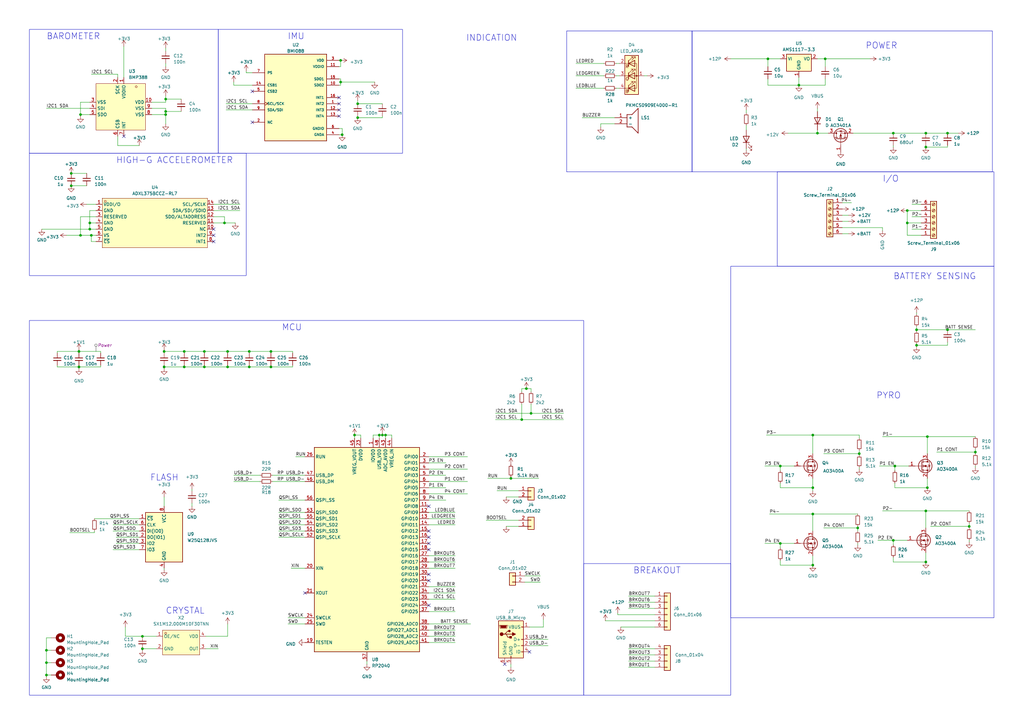
<source format=kicad_sch>
(kicad_sch (version 20231120) (generator "eeschema") (generator_version "8.0")
  (paper "A3")
  (title_block (title "LYRA Flight Computer V3") (date "2023-11-23") (rev "0") (company "Polaris Rocketry Systems"))
  (junction (at 75.565 150.495))
  (junction (at 379.73 54.61))
  (junction (at 213.995 172.085))
  (junction (at 335.28 54.61))
  (junction (at 367.03 191.135))
  (junction (at 83.82 144.145))
  (junction (at 19.05 271.78))
  (junction (at 139.7 24.765))
  (junction (at 380.365 200.025))
  (junction (at 327.66 34.925))
  (junction (at 93.345 150.495))
  (junction (at 320.04 222.885))
  (junction (at 351.79 216.535))
  (junction (at 67.945 40.64))
  (junction (at 29.21 71.12))
  (junction (at 155.575 178.435))
  (junction (at 372.11 86.36))
  (junction (at 146.685 48.26))
  (junction (at 19.05 276.86))
  (junction (at 33.02 46.99))
  (junction (at 215.9 159.385))
  (junction (at 320.04 191.135))
  (junction (at 372.11 91.44))
  (junction (at 366.395 54.61))
  (junction (at 58.42 260.985))
  (junction (at 400.05 185.42))
  (junction (at 333.375 178.435))
  (junction (at 102.235 144.145))
  (junction (at 67.31 150.495))
  (junction (at 366.395 221.615))
  (junction (at 352.425 186.055))
  (junction (at 102.235 150.495))
  (junction (at 19.05 266.7))
  (junction (at 140.335 55.245))
  (junction (at 83.82 150.495))
  (junction (at 379.73 230.505))
  (junction (at 32.385 150.495))
  (junction (at 217.805 169.545))
  (junction (at 333.375 210.82))
  (junction (at 388.62 54.61))
  (junction (at 33.02 96.52))
  (junction (at 139.7 33.655))
  (junction (at 380.365 179.07))
  (junction (at 375.92 135.255))
  (junction (at 58.42 266.065))
  (junction (at 111.125 150.495))
  (junction (at 145.415 178.435))
  (junction (at 397.51 215.9))
  (junction (at 388.62 135.255))
  (junction (at 338.455 24.13))
  (junction (at 36.83 91.44))
  (junction (at 36.83 93.98))
  (junction (at 333.375 200.025))
  (junction (at 146.685 42.545))
  (junction (at 67.31 144.145))
  (junction (at 333.375 231.775))
  (junction (at 37.465 96.52))
  (junction (at 75.565 144.145))
  (junction (at 67.945 45.72))
  (junction (at 375.92 141.605))
  (junction (at 32.385 144.145))
  (junction (at 156.845 178.435))
  (junction (at 67.945 46.99))
  (junction (at 379.73 60.325))
  (junction (at 209.55 196.215))
  (junction (at 314.96 24.13))
  (junction (at 379.73 209.55))
  (junction (at 111.125 144.145))
  (junction (at 93.345 144.145))
  (junction (at 92.075 91.44))
  (junction (at 158.115 178.435))
  (junction (at 29.21 76.2))
  (no_connect (at 139.065 42.545))
  (no_connect (at 175.895 248.285))
  (no_connect (at 175.895 238.125))
  (no_connect (at 103.505 50.165))
  (no_connect (at 175.895 222.885))
  (no_connect (at 207.01 272.415))
  (no_connect (at 217.17 267.335))
  (no_connect (at 103.505 37.465))
  (no_connect (at 139.065 40.005))
  (no_connect (at 175.895 217.805))
  (no_connect (at 125.095 243.205))
  (no_connect (at 175.895 235.585))
  (no_connect (at 87.63 99.06))
  (no_connect (at 87.63 93.98))
  (no_connect (at 175.895 225.425))
  (no_connect (at 139.065 45.085))
  (no_connect (at 50.8 55.88))
  (no_connect (at 175.895 220.345))
  (no_connect (at 139.065 47.625))
  (no_connect (at 87.63 96.52))
  (no_connect (at 175.895 207.645))
  (wire (pts (xy 35.56 83.82) (xy 39.37 83.82)))
  (wire (pts (xy 67.945 46.99) (xy 62.23 46.99)))
  (wire (pts (xy 121.285 187.325) (xy 125.095 187.325)))
  (wire (pts (xy 320.04 200.025) (xy 333.375 200.025)))
  (wire (pts (xy 212.725 215.9) (xy 207.645 215.9)))
  (wire (pts (xy 352.425 191.77) (xy 352.425 192.405)))
  (wire (pts (xy 209.55 196.215) (xy 220.98 196.215)))
  (wire (pts (xy 366.395 230.505) (xy 366.395 228.6)))
  (wire (pts (xy 57.15 215.265) (xy 46.355 215.265)))
  (wire (pts (xy 372.11 91.44) (xy 372.11 96.52)))
  (wire (pts (xy 27.305 96.52) (xy 33.02 96.52)))
  (wire (pts (xy 175.895 250.825) (xy 186.69 250.825)))
  (wire (pts (xy 57.15 217.805) (xy 46.355 217.805)))
  (wire (pts (xy 268.605 268.605) (xy 257.81 268.605)))
  (wire (pts (xy 182.88 189.865) (xy 175.895 189.865)))
  (wire (pts (xy 38.735 218.44) (xy 38.735 217.805)))
  (wire (pts (xy 191.77 192.405) (xy 175.895 192.405)))
  (wire (pts (xy 50.8 19.05) (xy 50.8 31.75)))
  (wire (pts (xy 397.51 221.615) (xy 397.51 222.25)))
  (wire (pts (xy 209.55 272.415) (xy 209.55 273.685)))
  (wire (pts (xy 246.38 50.8) (xy 252.095 50.8)))
  (wire (pts (xy 140.335 52.705) (xy 140.335 55.245)))
  (wire (pts (xy 153.035 179.705) (xy 153.035 178.435)))
  (wire (pts (xy 360.045 221.615) (xy 366.395 221.615)))
  (wire (pts (xy 118.11 253.365) (xy 125.095 253.365)))
  (wire (pts (xy 48.26 30.48) (xy 48.26 31.75)))
  (wire (pts (xy 93.345 144.145) (xy 102.235 144.145)))
  (wire (pts (xy 19.05 271.78) (xy 19.05 266.7)))
  (wire (pts (xy 147.955 178.435) (xy 147.955 179.705)))
  (wire (pts (xy 388.62 140.335) (xy 388.62 141.605)))
  (wire (pts (xy 57.15 225.425) (xy 46.355 225.425)))
  (wire (pts (xy 175.895 233.045) (xy 186.69 233.045)))
  (wire (pts (xy 338.455 24.13) (xy 338.455 27.305)))
  (wire (pts (xy 345.44 90.805) (xy 347.98 90.805)))
  (wire (pts (xy 213.995 159.385) (xy 215.9 159.385)))
  (wire (pts (xy 175.895 245.745) (xy 186.69 245.745)))
  (wire (pts (xy 39.37 88.9) (xy 33.02 88.9)))
  (wire (pts (xy 139.065 34.925) (xy 139.7 34.925)))
  (wire (pts (xy 48.26 59.69) (xy 48.26 55.88)))
  (wire (pts (xy 146.685 47.625) (xy 146.685 48.26)))
  (wire (pts (xy 361.95 93.345) (xy 345.44 93.345)))
  (wire (pts (xy 125.095 233.045) (xy 119.38 233.045)))
  (wire (pts (xy 352.425 184.785) (xy 352.425 186.055)))
  (wire (pts (xy 111.125 144.145) (xy 120.015 144.145)))
  (wire (pts (xy 67.945 45.72) (xy 67.945 46.99)))
  (wire (pts (xy 114.3 217.805) (xy 125.095 217.805)))
  (wire (pts (xy 175.895 255.905) (xy 193.04 255.905)))
  (wire (pts (xy 372.11 86.36) (xy 377.825 86.36)))
  (wire (pts (xy 75.565 144.145) (xy 83.82 144.145)))
  (wire (pts (xy 111.76 197.485) (xy 125.095 197.485)))
  (wire (pts (xy 114.3 212.725) (xy 125.095 212.725)))
  (wire (pts (xy 352.425 186.055) (xy 352.425 186.69)))
  (wire (pts (xy 351.79 215.9) (xy 351.79 216.535)))
  (wire (pts (xy 103.505 45.085) (xy 92.71 45.085)))
  (wire (pts (xy 87.63 88.9) (xy 92.075 88.9)))
  (wire (pts (xy 19.05 266.7) (xy 20.955 266.7)))
  (wire (pts (xy 264.16 31.115) (xy 265.43 31.115)))
  (wire (pts (xy 238.76 48.26) (xy 252.095 48.26)))
  (wire (pts (xy 33.02 88.9) (xy 33.02 96.52)))
  (wire (pts (xy 345.44 88.265) (xy 347.98 88.265)))
  (wire (pts (xy 314.96 24.13) (xy 320.04 24.13)))
  (wire (pts (xy 19.05 277.495) (xy 19.05 276.86)))
  (wire (pts (xy 33.02 41.91) (xy 33.02 46.99)))
  (wire (pts (xy 111.125 150.495) (xy 111.125 149.86)))
  (wire (pts (xy 37.465 96.52) (xy 39.37 96.52)))
  (wire (pts (xy 93.345 260.985) (xy 84.455 260.985)))
  (wire (pts (xy 175.895 210.185) (xy 186.69 210.185)))
  (wire (pts (xy 217.17 262.255) (xy 224.79 262.255)))
  (wire (pts (xy 379.73 226.695) (xy 379.73 230.505)))
  (wire (pts (xy 32.385 144.145) (xy 41.275 144.145)))
  (wire (pts (xy 19.05 276.86) (xy 19.05 271.78)))
  (wire (pts (xy 254.635 257.175) (xy 268.605 257.175)))
  (wire (pts (xy 145.415 178.435) (xy 145.415 179.705)))
  (wire (pts (xy 345.44 95.885) (xy 347.98 95.885)))
  (wire (pts (xy 366.395 60.325) (xy 366.395 59.69)))
  (wire (pts (xy 320.04 224.79) (xy 320.04 222.885)))
  (wire (pts (xy 67.31 144.145) (xy 67.31 144.78)))
  (wire (pts (xy 36.83 93.98) (xy 39.37 93.98)))
  (wire (pts (xy 32.385 143.51) (xy 32.385 144.145)))
  (wire (pts (xy 33.02 46.99) (xy 36.83 46.99)))
  (wire (pts (xy 92.075 91.44) (xy 96.52 91.44)))
  (wire (pts (xy 333.375 178.435) (xy 333.375 186.055)))
  (wire (pts (xy 83.82 150.495) (xy 93.345 150.495)))
  (wire (pts (xy 67.945 50.8) (xy 67.945 46.99)))
  (wire (pts (xy 120.015 150.495) (xy 120.015 149.86)))
  (wire (pts (xy 92.075 91.44) (xy 92.075 88.9)))
  (wire (pts (xy 335.28 53.34) (xy 335.28 54.61)))
  (wire (pts (xy 366.395 221.615) (xy 372.11 221.615)))
  (wire (pts (xy 19.05 266.7) (xy 19.05 261.62)))
  (wire (pts (xy 333.375 227.965) (xy 333.375 231.775)))
  (wire (pts (xy 67.945 27.305) (xy 67.945 26.035)))
  (wire (pts (xy 67.945 44.45) (xy 67.945 45.72)))
  (wire (pts (xy 222.885 254) (xy 222.885 257.175)))
  (wire (pts (xy 299.72 24.13) (xy 314.96 24.13)))
  (wire (pts (xy 380.365 200.025) (xy 367.03 200.025)))
  (wire (pts (xy 327.66 31.75) (xy 327.66 34.925)))
  (wire (pts (xy 158.115 178.435) (xy 160.655 178.435)))
  (wire (pts (xy 215.265 236.22) (xy 221.615 236.22)))
  (wire (pts (xy 114.3 210.185) (xy 125.095 210.185)))
  (wire (pts (xy 217.17 264.795) (xy 224.79 264.795)))
  (wire (pts (xy 75.565 150.495) (xy 83.82 150.495)))
  (wire (pts (xy 36.83 44.45) (xy 19.05 44.45)))
  (wire (pts (xy 372.11 86.36) (xy 372.11 91.44)))
  (wire (pts (xy 361.95 209.55) (xy 379.73 209.55)))
  (wire (pts (xy 268.605 273.685) (xy 257.81 273.685)))
  (wire (pts (xy 153.035 178.435) (xy 155.575 178.435)))
  (wire (pts (xy 335.28 54.61) (xy 339.725 54.61)))
  (wire (pts (xy 209.55 195.58) (xy 209.55 196.215)))
  (wire (pts (xy 236.22 36.195) (xy 247.65 36.195)))
  (wire (pts (xy 36.83 86.36) (xy 36.83 91.44)))
  (wire (pts (xy 388.62 60.325) (xy 379.73 60.325)))
  (wire (pts (xy 67.31 143.51) (xy 67.31 144.145)))
  (wire (pts (xy 252.73 36.195) (xy 254 36.195)))
  (wire (pts (xy 67.31 150.495) (xy 75.565 150.495)))
  (wire (pts (xy 306.07 60.96) (xy 306.07 61.595)))
  (wire (pts (xy 67.31 150.495) (xy 67.31 151.13)))
  (wire (pts (xy 215.265 238.76) (xy 221.615 238.76)))
  (wire (pts (xy 75.565 144.145) (xy 75.565 144.78)))
  (wire (pts (xy 41.275 150.495) (xy 41.275 149.86)))
  (wire (pts (xy 191.77 197.485) (xy 175.895 197.485)))
  (wire (pts (xy 375.92 141.605) (xy 388.62 141.605)))
  (wire (pts (xy 93.345 150.495) (xy 102.235 150.495)))
  (wire (pts (xy 366.395 54.61) (xy 379.73 54.61)))
  (wire (pts (xy 41.275 144.145) (xy 41.275 144.78)))
  (wire (pts (xy 388.62 135.255) (xy 400.05 135.255)))
  (wire (pts (xy 102.235 150.495) (xy 102.235 149.86)))
  (wire (pts (xy 146.685 42.545) (xy 156.845 42.545)))
  (wire (pts (xy 217.17 257.175) (xy 222.885 257.175)))
  (wire (pts (xy 337.82 186.055) (xy 352.425 186.055)))
  (wire (pts (xy 48.26 59.69) (xy 57.15 59.69)))
  (wire (pts (xy 361.95 179.07) (xy 380.365 179.07)))
  (wire (pts (xy 213.995 165.735) (xy 213.995 172.085)))
  (wire (pts (xy 153.67 33.655) (xy 139.7 33.655)))
  (wire (pts (xy 35.56 71.12) (xy 29.21 71.12)))
  (wire (pts (xy 19.05 271.78) (xy 20.955 271.78)))
  (wire (pts (xy 33.02 96.52) (xy 37.465 96.52)))
  (wire (pts (xy 375.92 135.255) (xy 375.92 135.89)))
  (wire (pts (xy 156.845 47.625) (xy 156.845 48.26)))
  (wire (pts (xy 375.92 135.255) (xy 388.62 135.255)))
  (wire (pts (xy 268.605 244.475) (xy 257.81 244.475)))
  (wire (pts (xy 51.435 260.985) (xy 58.42 260.985)))
  (wire (pts (xy 155.575 178.435) (xy 155.575 179.705)))
  (wire (pts (xy 111.125 144.145) (xy 111.125 144.78)))
  (wire (pts (xy 400.05 191.135) (xy 400.05 191.77)))
  (wire (pts (xy 114.3 220.345) (xy 125.095 220.345)))
  (wire (pts (xy 175.895 230.505) (xy 186.69 230.505)))
  (wire (pts (xy 23.495 144.145) (xy 23.495 144.78)))
  (wire (pts (xy 349.25 83.185) (xy 345.44 83.185)))
  (wire (pts (xy 338.455 32.385) (xy 338.455 34.925)))
  (wire (pts (xy 236.22 31.115) (xy 247.65 31.115)))
  (wire (pts (xy 64.135 266.065) (xy 58.42 266.065)))
  (wire (pts (xy 381.635 215.9) (xy 397.51 215.9)))
  (wire (pts (xy 17.145 93.98) (xy 36.83 93.98)))
  (wire (pts (xy 158.115 178.435) (xy 158.115 179.705)))
  (wire (pts (xy 372.11 91.44) (xy 377.825 91.44)))
  (wire (pts (xy 139.065 27.305) (xy 139.7 27.305)))
  (wire (pts (xy 32.385 150.495) (xy 41.275 150.495)))
  (wire (pts (xy 150.495 272.415) (xy 150.495 271.145)))
  (wire (pts (xy 83.82 144.145) (xy 93.345 144.145)))
  (wire (pts (xy 315.595 210.82) (xy 333.375 210.82)))
  (wire (pts (xy 314.96 32.385) (xy 314.96 34.925)))
  (wire (pts (xy 212.725 213.36) (xy 199.39 213.36)))
  (wire (pts (xy 217.805 159.385) (xy 217.805 160.655)))
  (wire (pts (xy 93.345 255.905) (xy 93.345 260.985)))
  (wire (pts (xy 95.885 194.945) (xy 106.68 194.945)))
  (wire (pts (xy 103.505 42.545) (xy 92.71 42.545)))
  (wire (pts (xy 146.685 48.26) (xy 156.845 48.26)))
  (wire (pts (xy 203.2 169.545) (xy 217.805 169.545)))
  (wire (pts (xy 351.79 222.885) (xy 351.79 223.52)))
  (wire (pts (xy 84.455 266.065) (xy 89.535 266.065)))
  (wire (pts (xy 268.605 247.015) (xy 257.81 247.015)))
  (wire (pts (xy 47.625 222.885) (xy 57.15 222.885)))
  (wire (pts (xy 95.885 33.655) (xy 95.885 34.925)))
  (wire (pts (xy 236.22 26.035) (xy 247.65 26.035)))
  (wire (pts (xy 175.895 243.205) (xy 186.69 243.205)))
  (wire (pts (xy 120.015 144.145) (xy 120.015 144.78)))
  (wire (pts (xy 19.05 261.62) (xy 20.955 261.62)))
  (wire (pts (xy 175.895 258.445) (xy 186.69 258.445)))
  (wire (pts (xy 75.565 150.495) (xy 75.565 149.86)))
  (wire (pts (xy 397.51 215.9) (xy 397.51 216.535)))
  (wire (pts (xy 380.365 179.07) (xy 400.05 179.07)))
  (wire (pts (xy 78.74 207.645) (xy 78.74 206.375)))
  (wire (pts (xy 33.02 46.99) (xy 33.02 47.625)))
  (wire (pts (xy 83.82 144.145) (xy 83.82 144.78)))
  (wire (pts (xy 375.92 128.27) (xy 375.92 128.905)))
  (wire (pts (xy 268.605 249.555) (xy 257.81 249.555)))
  (wire (pts (xy 246.38 52.07) (xy 246.38 50.8)))
  (wire (pts (xy 374.015 93.98) (xy 377.825 93.98)))
  (wire (pts (xy 360.68 191.135) (xy 367.03 191.135)))
  (wire (pts (xy 32.385 150.495) (xy 32.385 151.13)))
  (wire (pts (xy 252.73 26.035) (xy 254 26.035)))
  (wire (pts (xy 327.66 34.925) (xy 338.455 34.925)))
  (wire (pts (xy 268.605 266.065) (xy 257.81 266.065)))
  (wire (pts (xy 351.79 216.535) (xy 351.79 217.805)))
  (wire (pts (xy 47.625 220.345) (xy 57.15 220.345)))
  (wire (pts (xy 175.895 212.725) (xy 186.69 212.725)))
  (wire (pts (xy 374.015 88.9) (xy 377.825 88.9)))
  (wire (pts (xy 118.11 255.905) (xy 125.095 255.905)))
  (wire (pts (xy 306.07 45.085) (xy 306.07 46.355)))
  (wire (pts (xy 213.995 159.385) (xy 213.995 160.655)))
  (wire (pts (xy 93.345 150.495) (xy 93.345 149.86)))
  (wire (pts (xy 67.945 45.72) (xy 74.295 45.72)))
  (wire (pts (xy 375.92 133.985) (xy 375.92 135.255)))
  (wire (pts (xy 380.365 179.07) (xy 380.365 186.055)))
  (wire (pts (xy 87.63 91.44) (xy 92.075 91.44)))
  (wire (pts (xy 367.03 200.025) (xy 367.03 198.12)))
  (wire (pts (xy 400.05 184.15) (xy 400.05 185.42)))
  (wire (pts (xy 139.065 32.385) (xy 139.7 32.385)))
  (wire (pts (xy 335.28 24.13) (xy 338.455 24.13)))
  (wire (pts (xy 314.325 178.435) (xy 333.375 178.435)))
  (wire (pts (xy 335.28 44.45) (xy 335.28 45.72)))
  (wire (pts (xy 67.945 40.64) (xy 74.295 40.64)))
  (wire (pts (xy 366.395 223.52) (xy 366.395 221.615)))
  (wire (pts (xy 333.375 178.435) (xy 352.425 178.435)))
  (wire (pts (xy 111.76 194.945) (xy 125.095 194.945)))
  (wire (pts (xy 253.365 252.095) (xy 268.605 252.095)))
  (wire (pts (xy 87.63 86.36) (xy 98.425 86.36)))
  (wire (pts (xy 83.82 150.495) (xy 83.82 149.86)))
  (wire (pts (xy 78.74 200.66) (xy 78.74 201.295)))
  (wire (pts (xy 51.435 257.175) (xy 51.435 260.985)))
  (wire (pts (xy 268.605 271.145) (xy 257.81 271.145)))
  (wire (pts (xy 372.11 96.52) (xy 377.825 96.52)))
  (wire (pts (xy 217.805 169.545) (xy 231.14 169.545)))
  (wire (pts (xy 314.96 24.13) (xy 314.96 27.305)))
  (wire (pts (xy 252.73 31.115) (xy 254 31.115)))
  (wire (pts (xy 367.03 191.135) (xy 372.745 191.135)))
  (wire (pts (xy 155.575 178.435) (xy 156.845 178.435)))
  (wire (pts (xy 35.56 76.2) (xy 29.21 76.2)))
  (wire (pts (xy 67.945 39.37) (xy 67.945 40.64)))
  (wire (pts (xy 191.77 187.325) (xy 175.895 187.325)))
  (wire (pts (xy 67.31 233.68) (xy 67.31 233.045)))
  (wire (pts (xy 333.375 210.82) (xy 333.375 217.805)))
  (wire (pts (xy 313.69 191.135) (xy 320.04 191.135)))
  (wire (pts (xy 37.465 30.48) (xy 48.26 30.48)))
  (wire (pts (xy 338.455 24.13) (xy 356.87 24.13)))
  (wire (pts (xy 139.7 27.305) (xy 139.7 24.765)))
  (wire (pts (xy 388.62 54.61) (xy 379.73 54.61)))
  (wire (pts (xy 374.015 83.82) (xy 377.825 83.82)))
  (wire (pts (xy 333.375 196.215) (xy 333.375 200.025)))
  (wire (pts (xy 248.285 254.635) (xy 268.605 254.635)))
  (wire (pts (xy 156.845 177.8) (xy 156.845 178.435)))
  (wire (pts (xy 379.73 209.55) (xy 379.73 216.535)))
  (wire (pts (xy 333.375 210.82) (xy 351.79 210.82)))
  (wire (pts (xy 36.83 91.44) (xy 36.83 93.98)))
  (wire (pts (xy 111.125 150.495) (xy 120.015 150.495)))
  (wire (pts (xy 102.235 144.145) (xy 102.235 144.78)))
  (wire (pts (xy 215.9 159.385) (xy 217.805 159.385)))
  (wire (pts (xy 139.7 32.385) (xy 139.7 33.655)))
  (wire (pts (xy 39.37 86.36) (xy 36.83 86.36)))
  (wire (pts (xy 28.575 218.44) (xy 38.735 218.44)))
  (wire (pts (xy 253.365 251.46) (xy 253.365 252.095)))
  (wire (pts (xy 323.215 54.61) (xy 335.28 54.61)))
  (wire (pts (xy 375.92 142.24) (xy 375.92 141.605)))
  (wire (pts (xy 67.31 144.145) (xy 75.565 144.145)))
  (wire (pts (xy 320.04 191.135) (xy 325.755 191.135)))
  (wire (pts (xy 182.88 194.945) (xy 175.895 194.945)))
  (wire (pts (xy 23.495 150.495) (xy 32.385 150.495)))
  (wire (pts (xy 333.375 201.295) (xy 333.375 200.025)))
  (wire (pts (xy 39.37 91.44) (xy 36.83 91.44)))
  (wire (pts (xy 32.385 150.495) (xy 32.385 149.86)))
  (wire (pts (xy 139.065 24.765) (xy 139.7 24.765)))
  (wire (pts (xy 93.345 144.145) (xy 93.345 144.78)))
  (wire (pts (xy 213.995 172.085) (xy 231.14 172.085)))
  (wire (pts (xy 182.88 205.105) (xy 175.895 205.105)))
  (wire (pts (xy 87.63 83.82) (xy 98.425 83.82)))
  (wire (pts (xy 217.805 165.735) (xy 217.805 169.545)))
  (wire (pts (xy 32.385 144.145) (xy 32.385 144.78)))
  (wire (pts (xy 146.685 41.275) (xy 146.685 42.545)))
  (wire (pts (xy 313.69 222.885) (xy 320.04 222.885)))
  (wire (pts (xy 139.065 55.245) (xy 140.335 55.245)))
  (wire (pts (xy 23.495 150.495) (xy 23.495 149.86)))
  (wire (pts (xy 139.065 52.705) (xy 140.335 52.705)))
  (wire (pts (xy 320.04 193.04) (xy 320.04 191.135)))
  (wire (pts (xy 156.845 178.435) (xy 158.115 178.435)))
  (wire (pts (xy 182.88 200.025) (xy 175.895 200.025)))
  (wire (pts (xy 114.3 215.265) (xy 125.095 215.265)))
  (wire (pts (xy 333.375 231.775) (xy 320.04 231.775)))
  (wire (pts (xy 67.945 20.955) (xy 67.945 19.685)))
  (wire (pts (xy 67.945 40.64) (xy 67.945 41.91)))
  (wire (pts (xy 67.945 41.91) (xy 62.23 41.91)))
  (wire (pts (xy 203.2 172.085) (xy 213.995 172.085)))
  (wire (pts (xy 67.31 203.835) (xy 67.31 207.645)))
  (wire (pts (xy 23.495 144.145) (xy 32.385 144.145)))
  (wire (pts (xy 95.885 34.925) (xy 103.505 34.925)))
  (wire (pts (xy 306.07 53.34) (xy 306.07 51.435)))
  (wire (pts (xy 207.645 203.835) (xy 212.725 203.835)))
  (wire (pts (xy 58.42 266.065) (xy 58.42 266.7)))
  (wire (pts (xy 380.365 196.215) (xy 380.365 200.025)))
  (wire (pts (xy 175.895 215.265) (xy 186.69 215.265)))
  (wire (pts (xy 367.03 193.04) (xy 367.03 191.135)))
  (wire (pts (xy 102.235 144.145) (xy 111.125 144.145)))
  (wire (pts (xy 203.835 201.295) (xy 212.725 201.295)))
  (wire (pts (xy 352.425 179.705) (xy 352.425 178.435)))
  (wire (pts (xy 39.37 99.06) (xy 37.465 99.06)))
  (wire (pts (xy 139.7 33.655) (xy 139.7 34.925)))
  (wire (pts (xy 379.73 230.505) (xy 366.395 230.505)))
  (wire (pts (xy 58.42 260.985) (xy 64.135 260.985)))
  (wire (pts (xy 397.51 214.63) (xy 397.51 215.9)))
  (wire (pts (xy 361.95 94.615) (xy 361.95 93.345)))
  (wire (pts (xy 100.965 29.845) (xy 103.505 29.845)))
  (wire (pts (xy 388.62 59.69) (xy 388.62 60.325)))
  (wire (pts (xy 175.895 263.525) (xy 186.69 263.525)))
  (wire (pts (xy 67.31 150.495) (xy 67.31 149.86)))
  (wire (pts (xy 314.96 34.925) (xy 327.66 34.925)))
  (wire (pts (xy 379.73 209.55) (xy 397.51 209.55)))
  (wire (pts (xy 320.04 222.885) (xy 325.755 222.885)))
  (wire (pts (xy 160.655 178.435) (xy 160.655 179.705)))
  (wire (pts (xy 145.415 178.435) (xy 147.955 178.435)))
  (wire (pts (xy 100.965 29.845) (xy 100.965 29.21)))
  (wire (pts (xy 175.895 227.965) (xy 186.69 227.965)))
  (wire (pts (xy 175.895 260.985) (xy 186.69 260.985)))
  (wire (pts (xy 33.02 41.91) (xy 36.83 41.91)))
  (wire (pts (xy 62.23 44.45) (xy 67.945 44.45)))
  (wire (pts (xy 95.885 197.485) (xy 106.68 197.485)))
  (wire (pts (xy 38.735 212.725) (xy 57.15 212.725)))
  (wire (pts (xy 379.73 59.69) (xy 379.73 60.325)))
  (wire (pts (xy 200.025 196.215) (xy 209.55 196.215)))
  (wire (pts (xy 349.885 54.61) (xy 366.395 54.61)))
  (wire (pts (xy 393.065 54.61) (xy 388.62 54.61)))
  (wire (pts (xy 375.92 140.97) (xy 375.92 141.605)))
  (wire (pts (xy 400.05 185.42) (xy 400.05 186.055)))
  (wire (pts (xy 37.465 99.06) (xy 37.465 96.52)))
  (wire (pts (xy 102.235 150.495) (xy 111.125 150.495)))
  (wire (pts (xy 19.05 276.86) (xy 20.955 276.86)))
  (wire (pts (xy 320.04 231.775) (xy 320.04 229.87)))
  (wire (pts (xy 337.82 216.535) (xy 351.79 216.535)))
  (wire (pts (xy 175.895 240.665) (xy 186.69 240.665)))
  (wire (pts (xy 114.3 205.105) (xy 125.095 205.105)))
  (wire (pts (xy 384.175 185.42) (xy 400.05 185.42)))
  (wire (pts (xy 320.04 200.025) (xy 320.04 198.12)))
  (wire (pts (xy 191.77 202.565) (xy 175.895 202.565)))
  (rectangle (start 299.72 109.22) (end 407.67 253.365))
  (rectangle (start 12.065 12.065) (end 89.535 62.865))
  (rectangle (start 239.395 231.14) (end 299.72 285.115))
  (rectangle (start 12.065 62.865) (end 100.965 113.03))
  (rectangle (start 12.065 131.445) (end 239.395 285.115))
  (rectangle (start 283.845 12.7) (end 407.035 70.485))
  (rectangle (start 318.77 70.485) (end 407.67 109.22))
  (rectangle (start 232.41 12.7) (end 283.845 70.485))
  (rectangle (start 89.535 12.065) (end 165.1 62.865))
  (text "HIGH-G ACCELEROMETER" (at 47.625 67.31 0) (effects (font (size 2.54 2.54)) (justify left bottom)))
  (text "I/O" (at 361.95 74.93 0) (effects (font (size 2.54 2.54)) (justify left bottom)))
  (text "CRYSTAL" (at 67.945 252.095 0) (effects (font (size 2.54 2.54)) (justify left bottom)))
  (text "FLASH" (at 61.595 197.485 0) (effects (font (size 2.54 2.54)) (justify left bottom)))
  (text "IMU" (at 117.969 16.5013 0) (effects (font (size 2.54 2.54)) (justify left bottom)))
  (text "POWER\n" (at 354.965 20.32 0) (effects (font (size 2.54 2.54)) (justify left bottom)))
  (text "BATTERY SENSING" (at 366.395 114.935 0) (effects (font (size 2.54 2.54)) (justify left bottom)))
  (text "INDICATION" (at 191.135 17.145 0) (effects (font (size 2.54 2.54)) (justify left bottom)))
  (text "MCU" (at 115.57 135.89 0) (effects (font (size 2.54 2.54)) (justify left bottom)))
  (text "PYRO" (at 359.41 163.83 0) (effects (font (size 2.54 2.54)) (justify left bottom)))
  (text "BAROMETER" (at 19.05 16.51 0) (effects (font (size 2.54 2.54)) (justify left bottom)))
  (text "BREAKOUT" (at 259.715 235.585 0) (effects (font (size 2.54 2.54)) (justify left bottom)))
  (label "I2C1 SCL" (at 203.2 172.085 0))
  (label "BRKOUT6" (at 186.69 230.505 180))
  (label "XIN" (at 89.535 266.065 180))
  (label "I2C1 SDA" (at 92.71 45.085 0))
  (label "SWD" (at 118.11 255.905 0))
  (label "P2-" (at 374.015 88.9 0))
  (label "USB_D-" (at 224.79 264.795 180))
  (label "I2C1 SDA" (at 98.425 86.36 180))
  (label "P1 EN " (at 360.68 191.135 0))
  (label "P2-" (at 361.95 209.55 0))
  (label "RUN" (at 220.98 196.215 180))
  (label "BRKOUT5" (at 186.69 227.965 180))
  (label "QSPI_SCLK" (at 114.3 220.345 0))
  (label "BRKOUT7" (at 186.69 233.045 180))
  (label "BUZZER" (at 186.69 240.665 180))
  (label "P2 CONT " (at 191.77 192.405 180))
  (label "BRKOUT2" (at 186.69 258.445 180))
  (label "QSPI_SD2" (at 114.3 215.265 0))
  (label "P1 CONT " (at 191.77 197.485 180))
  (label "BOOTSEL" (at 199.39 213.36 0))
  (label "P4 CONT " (at 191.77 202.565 180))
  (label "BRKOUT3" (at 186.69 260.985 180))
  (label "BRKOUT7" (at 257.81 244.475 0))
  (label "BRKOUT2" (at 257.81 271.145 0))
  (label "P1 EN " (at 182.88 200.025 180))
  (label "QSPI_SD3" (at 46.355 225.425 0))
  (label "P1-" (at 374.015 93.98 0))
  (label "BRKOUT6" (at 257.81 247.015 0))
  (label "I2C1 SCL" (at 98.425 83.82 180))
  (label "P2 EN " (at 360.045 221.615 0))
  (label "LEDBLUE" (at 186.69 210.185 180))
  (label "P4-" (at 349.25 83.185 180))
  (label "RP USB_D+" (at 113.665 194.945 0))
  (label "P3 CONT " (at 337.82 186.055 0))
  (label "P4 EN " (at 313.69 222.885 0))
  (label "SWCLK" (at 118.11 253.365 0))
  (label "I2C1 SCL" (at 186.69 245.745 180))
  (label "I2C1 SDA" (at 19.05 44.45 0))
  (label "P4 CONT " (at 337.82 216.535 0))
  (label "I2C1 SDA" (at 231.14 169.545 180))
  (label "P4-" (at 315.595 210.82 0))
  (label "USB_D+" (at 224.79 262.255 180))
  (label "P2 EN " (at 182.88 194.945 180))
  (label "LEDRED" (at 186.69 215.265 180))
  (label "XIN" (at 119.38 233.045 0))
  (label "I2C1 SCL" (at 92.71 42.545 0))
  (label "QSPI_SS" (at 45.085 212.725 0))
  (label "QSPI_SD2" (at 47.625 222.885 0))
  (label "QSPI_SDO" (at 114.3 210.185 0))
  (label "I2C1 SCL" (at 231.14 172.085 180))
  (label "USB_D-" (at 95.885 197.485 0))
  (label "USB_D+" (at 95.885 194.945 0))
  (label "P2 CONT " (at 381.635 215.9 0))
  (label "BATT SENSE " (at 400.05 135.255 180))
  (label "RP USB_D-" (at 113.665 197.485 0))
  (label "LEDRED" (at 236.22 26.035 0))
  (label "LEDGREEN" (at 236.22 31.115 0))
  (label "P1-" (at 361.95 179.07 0))
  (label "QSPI_SD3" (at 114.3 217.805 0))
  (label "QSPI_SDO" (at 46.355 217.805 0))
  (label "LEDBLUE" (at 236.22 36.195 0))
  (label "P3-" (at 314.325 178.435 0))
  (label "BATT SENSE " (at 193.04 255.905 180))
  (label "BRKOUT1" (at 257.81 273.685 0))
  (label "I2C1 SDA" (at 186.69 243.205 180))
  (label "BRKOUT4" (at 186.69 263.525 180))
  (label "P4 EN " (at 182.88 205.105 180))
  (label "BRKOUT1" (at 186.69 250.825 180))
  (label "QSPI_SD1" (at 47.625 220.345 0))
  (label "P3 CONT " (at 191.77 187.325 180))
  (label "QSPI_SCLK" (at 46.355 215.265 0))
  (label "I2C1 SCL" (at 37.465 30.48 0))
  (label "BRKOUT5" (at 257.81 249.555 0))
  (label "I2C1 SDA" (at 203.2 169.545 0))
  (label "RUN" (at 121.285 187.325 0))
  (label "LEDGREEN" (at 186.69 212.725 180))
  (label "BUZZER" (at 238.76 48.26 0))
  (label "BRKOUT4" (at 257.81 266.065 0))
  (label "P3 EN " (at 182.88 189.865 180))
  (label "QSPI_SS" (at 114.3 205.105 0))
  (label "SWD" (at 221.615 238.76 180))
  (label "SWCLK" (at 221.615 236.22 180))
  (label "QSPI_SD1" (at 114.3 212.725 0))
  (label "RUN" (at 203.835 201.295 0))
  (label "P3-" (at 374.015 83.82 0))
  (label "BRKOUT3" (at 257.81 268.605 0))
  (label "P3 EN " (at 313.69 191.135 0))
  (label "RUN" (at 200.025 196.215 0))
  (label "P1 CONT " (at 384.175 185.42 0))
  (label "BOOTSEL" (at 28.575 218.44 0))
  (netclass_flag "" (length 2.54) (shape round) (at 39.37 144.145 0) (property "Netclass" "Power" (at 40.0685 141.605 0) (effects (font (italic yes)) (justify left))))
  (symbol (lib_id "Connector:USB_B_Micro") (at 209.55 262.255 0) (unit 1)
    (property "Reference" "J7" (at 209.55 250.825 0))
    (property "Value" "USB_B_Micro" (at 209.55 253.365 0))
    (property "Footprint" "easyeda2kicad:MICRO-USB-SMD_U254-051T-4BHJ25-F2S" (effects (hide yes)))
    (property "LCSC Part" "C381143" (effects (hide yes)))
  )
  (symbol (lib_id "power:+3V3") (at 215.9 159.385 0) (unit 1)
    (property "Reference" "#PWR057" (effects (hide yes)))
    (property "Value" "+3V3" (at 215.9 155.575 0))
  )
  (symbol (lib_id "Mechanical:MountingHole_Pad") (at 23.495 261.62 270) (unit 1) (exclude_from_sim yes) (in_bom no)
    (property "Reference" "H1" (at 27.305 260.985 90) (effects (justify left)))
    (property "Value" "MountingHole_Pad" (at 27.305 263.525 90) (effects (justify left)))
    (property "Footprint" "MountingHole:MountingHole_3.2mm_M3_DIN965_Pad" (effects (hide yes)))
  )
  (symbol (lib_id "Device:C_Small") (at 32.385 147.32 0) (unit 1)
    (property "Reference" "C17" (at 34.925 146.6913 0) (effects (justify left)))
    (property "Value" "100n" (at 34.925 149.2313 0) (effects (justify left)))
    (property "Footprint" "Capacitor_SMD:C_0402_1005Metric" (effects (hide yes)))
    (property "LCSC Part" "C1525" (effects (hide yes)))
  )
  (symbol (lib_id "Device:C_Small") (at 67.945 23.495 0) (unit 1)
    (property "Reference" "C12" (at 71.12 22.8663 0) (effects (justify left)))
    (property "Value" "100n" (at 71.12 25.4063 0) (effects (justify left)))
    (property "Footprint" "Capacitor_SMD:C_0402_1005Metric" (effects (hide yes)))
    (property "LCSC Part" "C1525" (effects (hide yes)))
  )
  (symbol (lib_id "power:GND") (at 96.52 91.44 0) (unit 1)
    (property "Reference" "#PWR040" (effects (hide yes)))
    (property "Value" "GND" (at 96.52 95.885 0))
  )
  (symbol (lib_id "Transistor_FET:AO3400A") (at 330.835 222.885 0) (unit 1)
    (property "Reference" "Q5" (at 337.185 221.615 0) (effects (justify left)))
    (property "Value" "AO3400A" (at 337.185 224.155 0) (effects (justify left)))
    (property "Footprint" "Package_TO_SOT_SMD:SOT-23" (effects (hide yes)))
    (property "Datasheet" "http://www.aosmd.com/pdfs/datasheet/AO3400A.pdf" (effects (hide yes)))
    (property "LCSC Part" "C20917" (effects (hide yes)))
  )
  (symbol (lib_id "Device:R_Small") (at 213.995 163.195 0) (unit 1)
    (property "Reference" "R6" (at 211.455 162.56 0) (effects (justify right)))
    (property "Value" "2k2" (at 211.455 165.1 0) (effects (justify right)))
    (property "Footprint" "Resistor_SMD:R_0402_1005Metric" (effects (hide yes)))
    (property "LCSC Part" "C25879" (effects (hide yes)))
  )
  (symbol (lib_id "Device:R_Small") (at 209.55 193.04 0) (unit 1)
    (property "Reference" "R1" (at 212.09 192.405 0) (effects (justify left)))
    (property "Value" "5.1k" (at 212.09 194.945 0) (effects (justify left)))
    (property "Footprint" "Resistor_SMD:R_0402_1005Metric" (effects (hide yes)))
    (property "LCSC Part" "C25905" (effects (hide yes)))
  )
  (symbol (lib_id "power:+3V3") (at 306.07 45.085 0) (unit 1)
    (property "Reference" "#PWR014" (effects (hide yes)))
    (property "Value" "+3V3" (at 306.07 41.275 0))
  )
  (symbol (lib_id "power:GND") (at 379.73 230.505 0) (unit 1)
    (property "Reference" "#PWR073" (effects (hide yes)))
    (property "Value" "GND" (at 379.73 234.95 0))
  )
  (symbol (lib_id "Device:LED") (at 306.07 57.15 90) (unit 1)
    (property "Reference" "D2" (at 302.895 59.3725 90) (effects (justify left)))
    (property "Value" "LED" (at 302.895 56.8325 90) (effects (justify left)))
    (property "Footprint" "LED_SMD:LED_0805_2012Metric" (effects (hide yes)))
  )
  (symbol (lib_id "Memory_Flash:W25Q128JVS") (at 67.31 220.345 0) (unit 1)
    (property "Reference" "U9" (at 76.835 219.075 0) (effects (justify left)))
    (property "Value" "W25Q128JVS" (at 76.835 221.615 0) (effects (justify left)))
    (property "Footprint" "Package_SO:SOIC-8_5.23x5.23mm_P1.27mm" (effects (hide yes)))
    (property "Datasheet" "http://www.winbond.com/resource-files/w25q128jv_dtr%20revc%2003272018%20plus.pdf" (effects (hide yes)))
    (property "LCSC Part" "C97521" (effects (hide yes)))
  )
  (symbol (lib_id "power:GND") (at 333.375 201.295 0) (unit 1)
    (property "Reference" "#PWR020" (effects (hide yes)))
    (property "Value" "GND" (at 333.375 205.74 0))
  )
  (symbol (lib_id "power:GND") (at 400.05 191.77 0) (unit 1)
    (property "Reference" "#PWR061" (effects (hide yes)))
    (property "Value" "GND" (at 400.05 196.215 0))
  )
  (symbol (lib_id "Connector_Generic:Conn_01x06") (at 273.685 249.555 0) (unit 1) (exclude_from_sim yes) (in_bom no)
    (property "Reference" "J6" (at 276.225 249.555 0) (effects (justify left)))
    (property "Value" "Conn_01x06" (at 276.225 252.095 0) (effects (justify left)))
    (property "Footprint" "Connector_PinHeader_2.54mm:PinHeader_1x06_P2.54mm_Vertical" (effects (hide yes)))
  )
  (symbol (lib_id "power:+3V3") (at 51.435 257.175 0) (unit 1)
    (property "Reference" "#PWR082" (effects (hide yes)))
    (property "Value" "+3V3" (at 51.435 252.095 0))
  )
  (symbol (lib_id "power:+12V") (at 347.98 88.265 270) (unit 1)
    (property "Reference" "#PWR032" (effects (hide yes)))
    (property "Value" "+12V" (at 351.79 88.265 90) (effects (justify left)))
  )
  (symbol (lib_id "Device:R_Small") (at 397.51 219.075 0) (unit 1)
    (property "Reference" "R24" (at 400.05 218.44 0) (effects (justify left)))
    (property "Value" "5.1k" (at 400.05 220.98 0) (effects (justify left)))
    (property "Footprint" "Resistor_SMD:R_0402_1005Metric" (effects (hide yes)))
    (property "LCSC Part" "C25905" (effects (hide yes)))
  )
  (symbol (lib_id "Mechanical:MountingHole_Pad") (at 23.495 276.86 270) (unit 1) (exclude_from_sim yes) (in_bom no)
    (property "Reference" "H4" (at 27.305 276.225 90) (effects (justify left)))
    (property "Value" "MountingHole_Pad" (at 27.305 278.765 90) (effects (justify left)))
    (property "Footprint" "MountingHole:MountingHole_3.2mm_M3_DIN965_Pad" (effects (hide yes)))
  )
  (symbol (lib_id "Device:C_Small") (at 120.015 147.32 0) (unit 1)
    (property "Reference" "C26" (at 122.555 146.6913 0) (effects (justify left)))
    (property "Value" "100n" (at 122.555 149.2313 0) (effects (justify left)))
    (property "Footprint" "Capacitor_SMD:C_0402_1005Metric" (effects (hide yes)))
    (property "LCSC Part" "C1525" (effects (hide yes)))
  )
  (symbol (lib_id "Device:R_Small") (at 351.79 213.36 0) (unit 1)
    (property "Reference" "R23" (at 354.33 212.725 0) (effects (justify left)))
    (property "Value" "15k" (at 354.33 215.265 0) (effects (justify left)))
    (property "Footprint" "Resistor_SMD:R_0402_1005Metric" (effects (hide yes)))
    (property "LCSC Part" "C25756" (effects (hide yes)))
  )
  (symbol (lib_id "Transistor_FET:AO3400A") (at 330.835 191.135 0) (unit 1)
    (property "Reference" "Q4" (at 337.185 189.865 0) (effects (justify left)))
    (property "Value" "AO3400A" (at 337.566 193.167 0) (effects (justify left)))
    (property "Footprint" "Package_TO_SOT_SMD:SOT-23" (effects (hide yes)))
    (property "Datasheet" "http://www.aosmd.com/pdfs/datasheet/AO3400A.pdf" (effects (hide yes)))
    (property "LCSC Part" "C20917" (effects (hide yes)))
  )
  (symbol (lib_id "power:GND") (at 375.92 142.24 0) (unit 1)
    (property "Reference" "#PWR050" (effects (hide yes)))
    (property "Value" "GND" (at 375.92 146.685 0))
  )
  (symbol (lib_id "Connector_Generic:Conn_01x02") (at 210.185 236.22 0) (mirror y) (unit 1) (in_bom no)
    (property "Reference" "J1" (at 210.185 230.505 0))
    (property "Value" "Conn_01x02" (at 210.185 233.045 0))
    (property "Footprint" "Jumper:SolderJumper-2_P1.3mm_Open_Pad1.0x1.5mm" (effects (hide yes)))
  )
  (symbol (lib_id "Device:C_Small") (at 111.125 147.32 0) (unit 1)
    (property "Reference" "C25" (at 113.665 146.6913 0) (effects (justify left)))
    (property "Value" "100n" (at 113.665 149.2313 0) (effects (justify left)))
    (property "Footprint" "Capacitor_SMD:C_0402_1005Metric" (effects (hide yes)))
    (property "LCSC Part" "C1525" (effects (hide yes)))
  )
  (symbol (lib_id "Device:R_Small") (at 351.79 220.345 0) (unit 1)
    (property "Reference" "R25" (at 354.33 219.71 0) (effects (justify left)))
    (property "Value" "5.1k" (at 354.33 222.25 0) (effects (justify left)))
    (property "Footprint" "Resistor_SMD:R_0402_1005Metric" (effects (hide yes)))
    (property "LCSC Part" "C25905" (effects (hide yes)))
  )
  (symbol (lib_id "power:+12P") (at 375.92 128.27 0) (unit 1)
    (property "Reference" "#PWR01" (effects (hide yes)))
    (property "Value" "+12P" (at 375.92 123.19 0))
  )
  (symbol (lib_id "power:+3V3") (at 139.7 24.765 270) (unit 1)
    (property "Reference" "#PWR012" (effects (hide yes)))
    (property "Value" "+3V3" (at 143.51 25.4 90) (effects (justify left)))
  )
  (symbol (lib_id "Device:C_Small") (at 35.56 73.66 0) (unit 1)
    (property "Reference" "C11" (at 38.735 73.0313 0) (effects (justify left)))
    (property "Value" "100n" (at 38.735 75.5713 0) (effects (justify left)))
    (property "Footprint" "Capacitor_SMD:C_0402_1005Metric" (effects (hide yes)))
    (property "LCSC Part" "C1525" (effects (hide yes)))
  )
  (symbol (lib_id "power:+12P") (at 393.065 54.61 270) (unit 1)
    (property "Reference" "#PWR025" (effects (hide yes)))
    (property "Value" "+12P" (at 396.24 54.61 90) (effects (justify left)))
  )
  (symbol (lib_id "power:VBUS") (at 222.885 254 0) (unit 1)
    (property "Reference" "#PWR081" (effects (hide yes)))
    (property "Value" "VBUS" (at 222.885 248.92 0))
  )
  (symbol (lib_id "Device:C_Small") (at 93.345 147.32 0) (unit 1)
    (property "Reference" "C23" (at 95.885 146.6913 0) (effects (justify left)))
    (property "Value" "100n" (at 95.885 149.2313 0) (effects (justify left)))
    (property "Footprint" "Capacitor_SMD:C_0402_1005Metric" (effects (hide yes)))
    (property "LCSC Part" "C1525" (effects (hide yes)))
  )
  (symbol (lib_id "Device:C_Small") (at 366.395 57.15 0) (unit 1) (in_bom no)
    (property "Reference" "C9" (at 368.935 55.88 0) (effects (justify left)))
    (property "Value" "680uf" (at 368.935 58.42 0) (effects (justify left)))
    (property "Footprint" "Capacitor_THT:CP_Radial_D6.3mm_P2.50mm" (effects (hide yes)))
  )
  (symbol (lib_id "power:+3V3") (at 67.31 203.835 0) (unit 1)
    (property "Reference" "#PWR071" (effects (hide yes)))
    (property "Value" "+3V3" (at 67.31 198.755 0))
  )
  (symbol (lib_id "power:+3V3") (at 29.21 71.12 0) (unit 1)
    (property "Reference" "#PWR029" (effects (hide yes)))
    (property "Value" "+3V3" (at 29.21 67.31 0))
  )
  (symbol (lib_id "Device:C_Small") (at 67.31 147.32 0) (unit 1)
    (property "Reference" "C19" (at 69.85 146.6913 0) (effects (justify left)))
    (property "Value" "1u" (at 69.85 149.2313 0) (effects (justify left)))
    (property "Footprint" "Capacitor_SMD:C_0402_1005Metric" (effects (hide yes)))
    (property "LCSC Part" "C52923" (effects (hide yes)))
  )
  (symbol (lib_id "easyeda2kicad:ADXL375BCCZ-RL7") (at 63.5 91.44 0) (unit 1)
    (property "Reference" "U4" (at 63.5 76.835 0))
    (property "Value" "ADXL375BCCZ-RL7" (at 63.5 79.375 0))
    (property "Footprint" "easyeda2kicad:LGA-14_L5.0-W3.0-P0.80-BL" (effects (hide yes)))
    (property "Datasheet" "https://lcsc.com/product-detail/New-Arrivals_Analog-Devices-ADI-ADXL375BCCZ-RL7_C481898.html" (effects (hide yes)))
    (property "LCSC Part" "C481898" (effects (hide yes)))
  )
  (symbol (lib_id "Device:C_Small") (at 388.62 57.15 0) (unit 1)
    (property "Reference" "C8" (at 391.16 56.5213 0) (effects (justify left)))
    (property "Value" "1u" (at 391.16 59.0613 0) (effects (justify left)))
    (property "Footprint" "Capacitor_SMD:C_0402_1005Metric" (effects (hide yes)))
    (property "LCSC Part" "C52923" (effects (hide yes)))
  )
  (symbol (lib_id "power:GND") (at 344.805 62.23 0) (unit 1)
    (property "Reference" "#PWR024" (effects (hide yes)))
    (property "Value" "GND" (at 344.805 67.31 0))
  )
  (symbol (lib_id "power:+12P") (at 372.11 86.36 90) (unit 1)
    (property "Reference" "#PWR030" (effects (hide yes)))
    (property "Value" "+12P" (at 368.935 86.36 90) (effects (justify left)))
  )
  (symbol (lib_id "Device:R_Small") (at 352.425 182.245 0) (unit 1)
    (property "Reference" "R11" (at 354.965 181.61 0) (effects (justify left)))
    (property "Value" "15k" (at 354.965 184.15 0) (effects (justify left)))
    (property "Footprint" "Resistor_SMD:R_0402_1005Metric" (effects (hide yes)))
    (property "LCSC Part" "C25756" (effects (hide yes)))
  )
  (symbol (lib_id "Mechanical:MountingHole_Pad") (at 23.495 271.78 270) (unit 1) (exclude_from_sim yes) (in_bom no)
    (property "Reference" "H3" (at 27.305 271.145 90) (effects (justify left)))
    (property "Value" "MountingHole_Pad" (at 27.305 273.685 90) (effects (justify left)))
    (property "Footprint" "MountingHole:MountingHole_3.2mm_M3_DIN965_Pad" (effects (hide yes)))
  )
  (symbol (lib_id "power:+3V3") (at 209.55 190.5 0) (unit 1)
    (property "Reference" "#PWR060" (effects (hide yes)))
    (property "Value" "+3V3" (at 209.55 186.69 0))
  )
  (symbol (lib_id "power:+3V3") (at 57.15 59.69 0) (unit 1)
    (property "Reference" "#PWR027" (effects (hide yes)))
    (property "Value" "+3V3" (at 57.15 56.515 0))
  )
  (symbol (lib_id "power:GND") (at 150.495 272.415 0) (unit 1)
    (property "Reference" "#PWR086" (effects (hide yes)))
    (property "Value" "GND" (at 150.495 277.495 0))
  )
  (symbol (lib_id "Mechanical:MountingHole_Pad") (at 23.495 266.7 270) (unit 1) (exclude_from_sim yes) (in_bom no)
    (property "Reference" "H2" (at 27.305 266.065 90) (effects (justify left)))
    (property "Value" "MountingHole_Pad" (at 27.305 268.605 90) (effects (justify left)))
    (property "Footprint" "MountingHole:MountingHole_3.2mm_M3_DIN965_Pad" (effects (hide yes)))
  )
  (symbol (lib_id "power:+BATT") (at 347.98 95.885 270) (unit 1)
    (property "Reference" "#PWR038" (effects (hide yes)))
    (property "Value" "+BATT" (at 351.155 95.885 90) (effects (justify left)))
  )
  (symbol (lib_id "Device:C_Small") (at 74.295 43.18 0) (unit 1)
    (property "Reference" "C4" (at 77.47 42.5513 0) (effects (justify left)))
    (property "Value" "100n" (at 77.47 45.0913 0) (effects (justify left)))
    (property "Footprint" "Capacitor_SMD:C_0402_1005Metric" (effects (hide yes)))
    (property "LCSC Part" "C1525" (effects (hide yes)))
  )
  (symbol (lib_id "Device:R_Small") (at 250.19 36.195 90) (unit 1)
    (property "Reference" "R28" (at 250.19 38.735 90))
    (property "Value" "1k" (at 250.19 41.275 90))
    (property "Footprint" "Resistor_SMD:R_0402_1005Metric" (effects (hide yes)))
    (property "LCSC Part" "C11702" (effects (hide yes)))
  )
  (symbol (lib_id "Device:R_Small") (at 367.03 195.58 180) (unit 1)
    (property "Reference" "R16" (at 368.935 194.945 0) (effects (justify right)))
    (property "Value" "1k" (at 368.935 197.485 0) (effects (justify right)))
    (property "Footprint" "Resistor_SMD:R_0402_1005Metric" (effects (hide yes)))
    (property "LCSC Part" "C11702" (effects (hide yes)))
  )
  (symbol (lib_id "power:GND") (at 32.385 151.13 0) (unit 1)
    (property "Reference" "#PWR054" (effects (hide yes)))
    (property "Value" "GND" (at 32.385 156.21 0))
  )
  (symbol (lib_id "Device:C_Small") (at 41.275 147.32 0) (unit 1)
    (property "Reference" "C18" (at 43.815 146.6913 0) (effects (justify left)))
    (property "Value" "1u" (at 43.815 149.2313 0) (effects (justify left)))
    (property "Footprint" "Capacitor_SMD:C_0402_1005Metric" (effects (hide yes)))
    (property "LCSC Part" "C52923" (effects (hide yes)))
  )
  (symbol (lib_id "power:+12P") (at 299.72 24.13 90) (unit 1)
    (property "Reference" "#PWR04" (effects (hide yes)))
    (property "Value" "+12P" (at 295.91 24.13 90) (effects (justify left)))
  )
  (symbol (lib_id "power:GND") (at 380.365 200.025 0) (unit 1)
    (property "Reference" "#PWR063" (effects (hide yes)))
    (property "Value" "GND" (at 380.365 204.47 0))
  )
  (symbol (lib_id "power:+1V1") (at 145.415 178.435 0) (unit 1)
    (property "Reference" "#PWR059" (effects (hide yes)))
    (property "Value" "+1V1" (at 145.415 174.625 0))
  )
  (symbol (lib_id "power:GND") (at 207.645 203.835 0) (unit 1)
    (property "Reference" "#PWR066" (effects (hide yes)))
    (property "Value" "GND" (at 210.185 205.74 0) (effects (justify left)))
  )
  (symbol (lib_id "Device:C_Small") (at 146.685 45.085 0) (unit 1)
    (property "Reference" "C1" (at 149.86 43.8213 0) (effects (justify left)))
    (property "Value" "100n" (at 149.86 46.3613 0) (effects (justify left)))
    (property "Footprint" "Capacitor_SMD:C_0402_1005Metric" (effects (hide yes)))
    (property "LCSC Part" "C1525" (effects (hide yes)))
  )
  (symbol (lib_id "power:+3V3") (at 93.345 255.905 0) (unit 1)
    (property "Reference" "#PWR083" (effects (hide yes)))
    (property "Value" "+3V3" (at 93.345 251.46 0))
  )
  (symbol (lib_id "power:GND") (at 379.73 60.325 0) (unit 1)
    (property "Reference" "#PWR022" (effects (hide yes)))
    (property "Value" "GND" (at 379.73 64.77 0))
  )
  (symbol (lib_id "Device:C_Small") (at 29.21 73.66 0) (mirror y) (unit 1)
    (property "Reference" "C10" (at 26.035 73.0313 0) (effects (justify left)))
    (property "Value" "1u" (at 26.035 75.5713 0) (effects (justify left)))
    (property "Footprint" "Capacitor_SMD:C_0402_1005Metric" (effects (hide yes)))
    (property "LCSC Part" "C52923" (effects (hide yes)))
  )
  (symbol (lib_id "Device:C_Small") (at 78.74 203.835 0) (unit 1)
    (property "Reference" "C27" (at 81.28 203.2063 0) (effects (justify left)))
    (property "Value" "100n" (at 81.28 205.7463 0) (effects (justify left)))
    (property "Footprint" "Capacitor_SMD:C_0402_1005Metric" (effects (hide yes)))
    (property "LCSC Part" "C1525" (effects (hide yes)))
  )
  (symbol (lib_id "power:+3V3") (at 67.945 39.37 0) (unit 1)
    (property "Reference" "#PWR033" (effects (hide yes)))
    (property "Value" "+3V3" (at 67.31 35.56 0))
  )
  (symbol (lib_id "Device:C_Small") (at 314.96 29.845 0) (unit 1)
    (property "Reference" "C5" (at 317.5 28.5813 0) (effects (justify left)))
    (property "Value" "10u" (at 317.5 31.1213 0) (effects (justify left)))
    (property "Footprint" "Capacitor_SMD:C_0603_1608Metric" (effects (hide yes)))
    (property "LCSC Part" "C96446" (effects (hide yes)))
  )
  (symbol (lib_id "Device:R_Small") (at 306.07 48.895 180) (unit 1)
    (property "Reference" "R3" (at 307.975 48.26 0) (effects (justify right)))
    (property "Value" "1k" (at 307.975 50.8 0) (effects (justify right)))
    (property "Footprint" "Resistor_SMD:R_0402_1005Metric" (effects (hide yes)))
    (property "LCSC Part" "C11702" (effects (hide yes)))
  )
  (symbol (lib_id "Connector_Generic:Conn_01x02") (at 217.805 201.295 0) (unit 1) (in_bom no)
    (property "Reference" "J3" (at 220.345 201.295 0) (effects (justify left)))
    (property "Value" "Conn_01x02" (at 220.345 203.835 0) (effects (justify left)))
    (property "Footprint" "Jumper:SolderJumper-2_P1.3mm_Open_RoundedPad1.0x1.5mm" (effects (hide yes)))
  )
  (symbol (lib_id "power:GND") (at 352.425 192.405 0) (unit 1)
    (property "Reference" "#PWR062" (effects (hide yes)))
    (property "Value" "GND" (at 352.425 196.85 0))
  )
  (symbol (lib_id "power:+3V3") (at 27.305 96.52 90) (unit 1)
    (property "Reference" "#PWR042" (effects (hide yes)))
    (property "Value" "+3V3" (at 24.13 97.155 90) (effects (justify left)))
  )
  (symbol (lib_id "Device:R_Small") (at 217.805 163.195 0) (mirror y) (unit 1)
    (property "Reference" "R7" (at 219.71 162.56 0) (effects (justify right)))
    (property "Value" "2k2" (at 219.71 165.1 0) (effects (justify right)))
    (property "Footprint" "Resistor_SMD:R_0402_1005Metric" (effects (hide yes)))
    (property "LCSC Part" "C25879" (effects (hide yes)))
  )
  (symbol (lib_id "power:GND") (at 17.145 93.98 0) (unit 1)
    (property "Reference" "#PWR041" (effects (hide yes)))
    (property "Value" "GND" (at 17.145 98.425 0))
  )
  (symbol (lib_id "power:GND") (at 351.79 223.52 0) (unit 1)
    (property "Reference" "#PWR070" (effects (hide yes)))
    (property "Value" "GND" (at 351.79 227.965 0))
  )
  (symbol (lib_id "Device:R_Small") (at 397.51 212.09 0) (unit 1)
    (property "Reference" "R21" (at 400.05 211.455 0) (effects (justify left)))
    (property "Value" "15k" (at 400.05 213.995 0) (effects (justify left)))
    (property "Footprint" "Resistor_SMD:R_0402_1005Metric" (effects (hide yes)))
    (property "LCSC Part" "C25756" (effects (hide yes)))
  )
  (symbol (lib_id "Connector:Screw_Terminal_01x06") (at 382.905 91.44 0) (mirror x) (unit 1) (in_bom no)
    (property "Reference" "J9" (at 382.905 102.235 0))
    (property "Value" "Screw_Terminal_01x06" (at 382.905 99.695 0))
    (property "Footprint" "TerminalBlock_Phoenix:TerminalBlock_Phoenix_MPT-0,5-6-2.54_1x06_P2.54mm_Horizontal" (effects (hide yes)))
  )
  (symbol (lib_id "easyeda2kicad:SX1M12.000M10F30TNN") (at 74.295 263.525 0) (unit 1)
    (property "Reference" "X2" (at 74.295 253.365 0))
    (property "Value" "SX1M12.000M10F30TNN" (at 74.295 255.905 0))
    (property "Footprint" "easyeda2kicad:OSC-SMD_4P-L2.0-W1.6-BL" (effects (hide yes)))
    (property "LCSC Part" "C2901608" (effects (hide yes)))
  )
  (symbol (lib_id "power:+12P") (at 253.365 251.46 0) (unit 1)
    (property "Reference" "#PWR016" (effects (hide yes)))
    (property "Value" "+12P" (at 253.365 247.015 0))
  )
  (symbol (lib_id "power:+3V3") (at 67.945 19.685 0) (unit 1)
    (property "Reference" "#PWR07" (effects (hide yes)))
    (property "Value" "+3V3" (at 67.31 15.875 0))
  )
  (symbol (lib_id "Connector_Generic:Conn_01x02") (at 217.805 215.9 0) (mirror x) (unit 1) (in_bom no)
    (property "Reference" "J4" (at 217.805 207.01 0))
    (property "Value" "Conn_01x02" (at 215.9 209.55 0))
    (property "Footprint" "Jumper:SolderJumper-2_P1.3mm_Open_RoundedPad1.0x1.5mm" (effects (hide yes)))
  )
  (symbol (lib_id "power:+3V3") (at 265.43 31.115 270) (unit 1)
    (property "Reference" "#PWR09" (effects (hide yes)))
    (property "Value" "+3V3" (at 269.24 31.75 90) (effects (justify left)))
  )
  (symbol (lib_id "Connector_Generic:Conn_01x04") (at 273.685 271.145 0) (mirror x) (unit 1) (exclude_from_sim yes) (in_bom no)
    (property "Reference" "J8" (at 276.86 271.145 0) (effects (justify left)))
    (property "Value" "Conn_01x04" (at 276.86 268.605 0) (effects (justify left)))
    (property "Footprint" "Connector_PinHeader_2.54mm:PinHeader_1x04_P2.54mm_Vertical" (effects (hide yes)))
  )
  (symbol (lib_id "power:GND") (at 361.95 94.615 0) (unit 1)
    (property "Reference" "#PWR036" (effects (hide yes)))
    (property "Value" "GND" (at 361.95 98.425 90) (effects (justify right)))
  )
  (symbol (lib_id "power:GND") (at 306.07 61.595 0) (unit 1)
    (property "Reference" "#PWR023" (effects (hide yes)))
    (property "Value" "GND" (at 306.07 66.675 0))
  )
  (symbol (lib_id "power:GND") (at 140.335 55.245 0) (unit 1)
    (property "Reference" "#PWR026" (effects (hide yes)))
    (property "Value" "GND" (at 140.335 60.325 0))
  )
  (symbol (lib_id "power:GND") (at 327.66 34.925 0) (unit 1)
    (property "Reference" "#PWR08" (effects (hide yes)))
    (property "Value" "GND" (at 327.66 40.005 0))
  )
  (symbol (lib_id "power:GND") (at 153.67 33.655 0) (unit 1)
    (property "Reference" "#PWR018" (effects (hide yes)))
    (property "Value" "GND" (at 153.67 38.1 0))
  )
  (symbol (lib_id "power:GND") (at 146.685 48.26 0) (unit 1)
    (property "Reference" "#PWR06" (effects (hide yes)))
    (property "Value" "GND" (at 146.685 52.705 0))
  )
  (symbol (lib_id "power:+1V1") (at 32.385 143.51 0) (unit 1)
    (property "Reference" "#PWR051" (effects (hide yes)))
    (property "Value" "+1V1" (at 32.385 140.335 0))
  )
  (symbol (lib_id "Device:C_Small") (at 156.845 45.085 0) (unit 1)
    (property "Reference" "C2" (at 160.02 43.8213 0) (effects (justify left)))
    (property "Value" "100n" (at 160.02 46.3613 0) (effects (justify left)))
    (property "Footprint" "Capacitor_SMD:C_0402_1005Metric" (effects (hide yes)))
    (property "LCSC Part" "C1525" (effects (hide yes)))
  )
  (symbol (lib_id "power:GND") (at 246.38 52.07 0) (unit 1)
    (property "Reference" "#PWR021" (effects (hide yes)))
    (property "Value" "GND" (at 246.38 56.515 0))
  )
  (symbol (lib_id "power:GND") (at 397.51 222.25 0) (unit 1)
    (property "Reference" "#PWR069" (effects (hide yes)))
    (property "Value" "GND" (at 397.51 226.695 0))
  )
  (symbol (lib_id "power:+3V3") (at 50.8 19.05 0) (unit 1)
    (property "Reference" "#PWR028" (effects (hide yes)))
    (property "Value" "+3V3" (at 50.8 15.875 0))
  )
  (symbol (lib_id "power:+3V3") (at 156.845 177.8 0) (unit 1)
    (property "Reference" "#PWR058" (effects (hide yes)))
    (property "Value" "+3V3" (at 156.845 174.625 0))
  )
  (symbol (lib_id "MCU_RaspberryPi:RP2040") (at 150.495 225.425 0) (unit 1)
    (property "Reference" "U8" (at 152.4509 270.51 0) (effects (justify left)))
    (property "Value" "RP2040" (at 152.4509 273.05 0) (effects (justify left)))
    (property "Footprint" "Package_DFN_QFN:QFN-56-1EP_7x7mm_P0.4mm_EP3.2x3.2mm" (effects (hide yes)))
    (property "Datasheet" "https://datasheets.raspberrypi.com/rp2040/rp2040-datasheet.pdf" (effects (hide yes)))
    (property "LCSC Part" "C2040" (effects (hide yes)))
  )
  (symbol (lib_id "power:GND") (at 29.21 76.2 0) (unit 1)
    (property "Reference" "#PWR031" (effects (hide yes)))
    (property "Value" "GND" (at 29.21 81.28 0))
  )
  (symbol (lib_id "Device:C_Small") (at 388.62 137.795 0) (unit 1)
    (property "Reference" "C3" (at 391.16 137.1663 0) (effects (justify left)))
    (property "Value" "100n" (at 391.16 139.7063 0) (effects (justify left)))
    (property "Footprint" "Capacitor_SMD:C_0402_1005Metric" (effects (hide yes)))
    (property "LCSC Part" "C1525" (effects (hide yes)))
  )
  (symbol (lib_id "power:GND") (at 209.55 273.685 0) (unit 1)
    (property "Reference" "#PWR087" (effects (hide yes)))
    (property "Value" "GND" (at 209.55 278.765 0))
  )
  (symbol (lib_id "Device:R_Small") (at 366.395 226.06 180) (unit 1)
    (property "Reference" "R26" (at 368.3 225.425 0) (effects (justify right)))
    (property "Value" "1k" (at 368.3 227.965 0) (effects (justify right)))
    (property "Footprint" "Resistor_SMD:R_0402_1005Metric" (effects (hide yes)))
    (property "LCSC Part" "C11702" (effects (hide yes)))
  )
  (symbol (lib_id "power:GND") (at 67.945 50.8 0) (unit 1)
    (property "Reference" "#PWR035" (effects (hide yes)))
    (property "Value" "GND" (at 67.945 55.245 0))
  )
  (symbol (lib_id "power:+3V3") (at 356.87 24.13 270) (unit 1)
    (property "Reference" "#PWR05" (effects (hide yes)))
    (property "Value" "+3V3" (at 360.045 24.13 90) (effects (justify left)))
  )
  (symbol (lib_id "Device:LED_ARGB") (at 259.08 31.115 0) (unit 1) (in_bom no)
    (property "Reference" "D4" (at 259.08 18.415 0))
    (property "Value" "LED_ARGB" (at 259.08 20.955 0))
    (property "Footprint" "customfootprints:LED_Cree-PLCC4_2x2mm_CCW" (effects (hide yes)))
  )
  (symbol (lib_id "power:+3V3") (at 67.31 143.51 0) (unit 1)
    (property "Reference" "#PWR052" (effects (hide yes)))
    (property "Value" "+3V3" (at 67.31 140.335 0))
  )
  (symbol (lib_id "Connector:Screw_Terminal_01x06") (at 340.36 88.265 0) (mirror y) (unit 1) (in_bom no)
    (property "Reference" "J2" (at 340.36 77.47 0))
    (property "Value" "Screw_Terminal_01x06" (at 340.36 80.01 0))
    (property "Footprint" "TerminalBlock_Phoenix:TerminalBlock_Phoenix_MPT-0,5-6-2.54_1x06_P2.54mm_Horizontal" (effects (hide yes)))
  )
  (symbol (lib_id "easyeda2kicad:BMP388") (at 48.26 43.18 0) (unit 1)
    (property "Reference" "U3" (at 52.7559 29.21 0) (effects (justify left)))
    (property "Value" "BMP388" (at 52.7559 31.75 0) (effects (justify left)))
    (property "Footprint" "easyeda2kicad:SENSORM-SMD_BMP388" (effects (hide yes)))
    (property "LCSC Part" "C779278" (effects (hide yes)))
  )
  (symbol (lib_id "power:GND") (at 67.31 151.13 0) (unit 1)
    (property "Reference" "#PWR055" (effects (hide yes)))
    (property "Value" "GND" (at 67.31 155.575 0))
  )
  (symbol (lib_id "Device:C_Small") (at 75.565 147.32 0) (unit 1)
    (property "Reference" "C21" (at 78.105 146.6913 0) (effects (justify left)))
    (property "Value" "100n" (at 78.105 149.2313 0) (effects (justify left)))
    (property "Footprint" "Capacitor_SMD:C_0402_1005Metric" (effects (hide yes)))
    (property "LCSC Part" "C1525" (effects (hide yes)))
  )
  (symbol (lib_id "power:GND") (at 254.635 257.175 0) (unit 1)
    (property "Reference" "#PWR080" (effects (hide yes)))
    (property "Value" "GND" (at 254.635 261.62 0))
  )
  (symbol (lib_id "power:GND") (at 58.42 266.7 0) (mirror y) (unit 1)
    (property "Reference" "#PWR084" (effects (hide yes)))
    (property "Value" "GND" (at 58.42 271.145 0))
  )
  (symbol (lib_id "power:+BATT") (at 347.98 90.805 270) (unit 1)
    (property "Reference" "#PWR034" (effects (hide yes)))
    (property "Value" "+BATT" (at 351.155 90.805 90) (effects (justify left)))
  )
  (symbol (lib_id "power:+3V3") (at 146.685 41.275 0) (unit 1)
    (property "Reference" "#PWR02" (effects (hide yes)))
    (property "Value" "+3V3" (at 146.685 38.1 0))
  )
  (symbol (lib_id "Device:R_Small") (at 320.04 227.33 180) (unit 1)
    (property "Reference" "R27" (at 321.945 226.695 0) (effects (justify right)))
    (property "Value" "1k" (at 321.945 229.235 0) (effects (justify right)))
    (property "Footprint" "Resistor_SMD:R_0402_1005Metric" (effects (hide yes)))
    (property "LCSC Part" "C11702" (effects (hide yes)))
  )
  (symbol (lib_id "power:+3V3") (at 35.56 83.82 90) (unit 1)
    (property "Reference" "#PWR037" (effects (hide yes)))
    (property "Value" "+3V3" (at 32.385 84.455 90) (effects (justify left)))
  )
  (symbol (lib_id "Device:C_Small") (at 23.495 147.32 0) (unit 1)
    (property "Reference" "C16" (at 26.035 146.6913 0) (effects (justify left)))
    (property "Value" "100n" (at 26.035 149.2313 0) (effects (justify left)))
    (property "Footprint" "Capacitor_SMD:C_0402_1005Metric" (effects (hide yes)))
    (property "LCSC Part" "C1525" (effects (hide yes)))
  )
  (symbol (lib_id "BMI088:BMI088") (at 121.285 40.005 0) (unit 1)
    (property "Reference" "U2" (at 121.285 18.415 0))
    (property "Value" "BMI088" (at 121.285 20.955 0))
    (property "Footprint" "easyeda2kicad:LGA-16_L4.5-W3.0-P0.50-BL" (effects (hide yes)))
    (property "MF" "Bosch Sensortec" (effects (hide yes)))
    (property "PURCHASE-URL" "https://pricing.snapeda.com/search/part/BMI088/?ref=eda" (effects (hide yes)))
    (property "PACKAGE" "VFLGA-16 Bosch Sensortec" (effects (hide yes)))
    (property "PRICE" "None" (effects (hide yes)))
    (property "MP" "BMI088" (effects (hide yes)))
    (property "AVAILABILITY" "In Stock" (effects (hide yes)))
    (property "DESCRIPTION" "Accelerometer, Gyroscope, 6 Axis Sensor I²C, SPI Output" (effects (hide yes)))
    (property "LCSC Part" "C194919" (effects (hide yes)))
  )
  (symbol (lib_id "Device:R_Small") (at 250.19 31.115 90) (unit 1)
    (property "Reference" "R22" (at 250.2298 29.21 90))
    (property "Value" "1k" (at 250.2298 33.02 90))
    (property "Footprint" "Resistor_SMD:R_0402_1005Metric" (effects (hide yes)))
    (property "LCSC Part" "C11702" (effects (hide yes)))
  )
  (symbol (lib_id "SamacSys_Parts2:PKMCS0909E4000-R1") (at 252.095 48.26 0) (unit 1) (in_bom no)
    (property "Reference" "LS1" (at 262.89 48.26 0) (effects (justify left)))
    (property "Value" "PKMCS0909E4000-R1" (at 256.54 43.18 0) (effects (justify left)))
    (property "Footprint" "SamacSys_Parts4:PKMCS0909E4000R1" (effects (hide yes)))
    (property "Datasheet" "http://www.murata.com/~/media/webrenewal/products/sound/sounder/vppt-buzj083-d.ashx" (effects (hide yes)))
    (property "Height" "1.9" (effects (hide yes)))
    (property "Mouser Part Number" "81-PKMCS0909E4000-R1" (effects (hide yes)))
    (property "Mouser Price/Stock" "https://www.mouser.co.uk/ProductDetail/Murata-Electronics/PKMCS0909E4000-R1?qs=YqJ97pz8ambMt2Tf4F1Kig%3D%3D" (effects (hide yes)))
    (property "Manufacturer_Name" "Murata Electronics" (effects (hide yes)))
    (property "Manufacturer_Part_Number" "PKMCS0909E4000-R1" (effects (hide yes)))
  )
  (symbol (lib_id "Device:R_Small") (at 109.22 194.945 90) (unit 1)
    (property "Reference" "R15" (at 109.22 189.865 90))
    (property "Value" "22R" (at 109.22 192.405 90))
    (property "Footprint" "Resistor_SMD:R_0402_1005Metric" (effects (hide yes)))
    (property "LCSC Part" "C25092" (effects (hide yes)))
  )
  (symbol (lib_id "Device:R_Small") (at 38.735 215.265 0) (unit 1)
    (property "Reference" "R14" (at 40.64 214.63 0) (effects (justify left)))
    (property "Value" "1k" (at 40.64 217.17 0) (effects (justify left)))
    (property "Footprint" "Resistor_SMD:R_0402_1005Metric" (effects (hide yes)))
    (property "LCSC Part" "C11702" (effects (hide yes)))
  )
  (symbol (lib_id "Device:C_Small") (at 58.42 263.525 0) (unit 1)
    (property "Reference" "C13" (at 50.8 262.255 0) (effects (justify left)))
    (property "Value" "100n" (at 50.8 264.795 0) (effects (justify left)))
    (property "Footprint" "Capacitor_SMD:C_0402_1005Metric" (effects (hide yes)))
    (property "LCSC Part" "C1525" (effects (hide yes)))
  )
  (symbol (lib_id "power:+3V3") (at 78.74 200.66 0) (unit 1)
    (property "Reference" "#PWR065" (effects (hide yes)))
    (property "Value" "+3V3" (at 78.74 195.58 0))
  )
  (symbol (lib_id "power:+3V3") (at 248.285 254.635 0) (unit 1)
    (property "Reference" "#PWR079" (effects (hide yes)))
    (property "Value" "+3V3" (at 248.285 250.825 0))
  )
  (symbol (lib_id "power:+12V") (at 323.215 54.61 90) (unit 1)
    (property "Reference" "#PWR019" (effects (hide yes)))
    (property "Value" "+12V" (at 319.405 55.245 90) (effects (justify left)))
  )
  (symbol (lib_id "power:GND") (at 207.645 215.9 0) (mirror y) (unit 1)
    (property "Reference" "#PWR067" (effects (hide yes)))
    (property "Value" "GND" (effects (hide yes)))
  )
  (symbol (lib_id "Device:C_Small") (at 379.73 57.15 0) (unit 1)
    (property "Reference" "C7" (at 382.27 56.5213 0) (effects (justify left)))
    (property "Value" "10u" (at 382.27 59.0613 0) (effects (justify left)))
    (property "Footprint" "Capacitor_SMD:C_0603_1608Metric" (effects (hide yes)))
    (property "LCSC Part" "C96446" (effects (hide yes)))
  )
  (symbol (lib_id "Transistor_FET:AO3400A") (at 377.19 221.615 0) (unit 1)
    (property "Reference" "Q2" (at 383.54 220.345 0) (effects (justify left)))
    (property "Value" "AO3400A" (at 383.54 222.885 0) (effects (justify left)))
    (property "Footprint" "Package_TO_SOT_SMD:SOT-23" (effects (hide yes)))
    (property "Datasheet" "http://www.aosmd.com/pdfs/datasheet/AO3400A.pdf" (effects (hide yes)))
    (property "LCSC Part" "C20917" (effects (hide yes)))
  )
  (symbol (lib_id "power:GND") (at 366.395 60.325 0) (unit 1)
    (property "Reference" "#PWR075" (effects (hide yes)))
    (property "Value" "GND" (at 366.395 64.77 0))
  )
  (symbol (lib_id "Transistor_FET:AO3401A") (at 344.805 57.15 90) (unit 1)
    (property "Reference" "Q1" (at 344.805 48.895 90))
    (property "Value" "AO3401A" (at 344.805 51.435 90))
    (property "Footprint" "Package_TO_SOT_SMD:SOT-23" (effects (hide yes)))
    (property "Datasheet" "http://www.aosmd.com/pdfs/datasheet/AO3401A.pdf" (effects (hide yes)))
    (property "LCSC Part" " C15127 " (effects (hide yes)))
  )
  (symbol (lib_id "Regulator_Linear:AMS1117-3.3") (at 327.66 24.13 0) (unit 1)
    (property "Reference" "U5" (at 327.66 17.78 0))
    (property "Value" "AMS1117-3.3" (at 327.66 20.32 0))
    (property "Footprint" "Package_TO_SOT_SMD:SOT-223-3_TabPin2" (effects (hide yes)))
    (property "Datasheet" "http://www.advanced-monolithic.com/pdf/ds1117.pdf" (effects (hide yes)))
    (property "LSCS Part" "C6186" (effects (hide yes)))
    (property "LCSC Part" "C6186" (effects (hide yes)))
  )
  (symbol (lib_id "power:GND") (at 333.375 231.775 0) (unit 1)
    (property "Reference" "#PWR074" (effects (hide yes)))
    (property "Value" "GND" (at 333.375 236.22 0))
  )
  (symbol (lib_id "Device:C_Small") (at 338.455 29.845 0) (unit 1)
    (property "Reference" "C6" (at 341.63 28.5813 0) (effects (justify left)))
    (property "Value" "10u" (at 341.63 31.1213 0) (effects (justify left)))
    (property "Footprint" "Capacitor_SMD:C_0603_1608Metric" (effects (hide yes)))
    (property "LCSC Part" "C96446" (effects (hide yes)))
  )
  (symbol (lib_id "power:GND") (at 19.05 277.495 0) (unit 1)
    (property "Reference" "#PWR088" (effects (hide yes)))
    (property "Value" "GND" (at 19.05 281.94 0))
  )
  (symbol (lib_id "Transistor_FET:AO3400A") (at 377.825 191.135 0) (unit 1)
    (property "Reference" "Q3" (at 384.175 189.865 0) (effects (justify left)))
    (property "Value" "AO3400A" (at 384.175 192.405 0) (effects (justify left)))
    (property "Footprint" "Package_TO_SOT_SMD:SOT-23" (effects (hide yes)))
    (property "Datasheet" "http://www.aosmd.com/pdfs/datasheet/AO3400A.pdf" (effects (hide yes)))
    (property "LCSC Part" "C20917" (effects (hide yes)))
  )
  (symbol (lib_id "Device:R_Small") (at 250.19 26.035 90) (unit 1)
    (property "Reference" "R2" (at 250.19 20.32 90))
    (property "Value" "1k" (at 250.19 22.86 90))
    (property "Footprint" "Resistor_SMD:R_0402_1005Metric" (effects (hide yes)))
    (property "LCSC Part" "C11702" (effects (hide yes)))
  )
  (symbol (lib_id "Device:R_Small") (at 375.92 131.445 0) (unit 1)
    (property "Reference" "R4" (at 377.825 130.81 0) (effects (justify left)))
    (property "Value" "15k" (at 377.825 133.35 0) (effects (justify left)))
    (property "Footprint" "Resistor_SMD:R_0402_1005Metric" (effects (hide yes)))
    (property "LCSC Part" "C25756" (effects (hide yes)))
  )
  (symbol (lib_id "power:VBUS") (at 335.28 44.45 0) (unit 1)
    (property "Reference" "#PWR015" (effects (hide yes)))
    (property "Value" "VBUS" (at 335.28 39.37 0))
  )
  (symbol (lib_id "power:GND") (at 33.02 47.625 0) (unit 1)
    (property "Reference" "#PWR011" (effects (hide yes)))
    (property "Value" "GND" (at 33.02 52.07 0))
  )
  (symbol (lib_id "power:GND") (at 67.31 233.68 0) (unit 1)
    (property "Reference" "#PWR049" (effects (hide yes)))
    (property "Value" "GND" (at 67.31 238.125 0))
  )
  (symbol (lib_id "Device:C_Small") (at 102.235 147.32 0) (unit 1)
    (property "Reference" "C24" (at 104.775 146.6913 0) (effects (justify left)))
    (property "Value" "100n" (at 104.775 149.2313 0) (effects (justify left)))
    (property "Footprint" "Capacitor_SMD:C_0402_1005Metric" (effects (hide yes)))
    (property "LCSC Part" "C1525" (effects (hide yes)))
  )
  (symbol (lib_id "power:GND") (at 125.095 263.525 270) (unit 1)
    (property "Reference" "#PWR085" (effects (hide yes)))
    (property "Value" "GND" (at 121.285 264.16 90) (effects (justify right)))
  )
  (symbol (lib_id "Device:C_Small") (at 83.82 147.32 0) (unit 1)
    (property "Reference" "C22" (at 86.36 146.6913 0) (effects (justify left)))
    (property "Value" "100n" (at 86.36 149.225 0) (effects (justify left)))
    (property "Footprint" "Capacitor_SMD:C_0402_1005Metric" (effects (hide yes)))
    (property "LCSC Part" "C1525" (effects (hide yes)))
  )
  (symbol (lib_id "power:+12P") (at 345.44 85.725 270) (unit 1)
    (property "Reference" "#PWR010" (effects (hide yes)))
    (property "Value" "+12P" (at 349.25 85.725 90) (effects (justify left)))
  )
  (symbol (lib_id "Device:R_Small") (at 375.92 138.43 0) (unit 1)
    (property "Reference" "R5" (at 377.825 137.795 0) (effects (justify left)))
    (property "Value" "5.1k" (at 377.825 140.335 0) (effects (justify left)))
    (property "Footprint" "Resistor_SMD:R_0402_1005Metric" (effects (hide yes)))
    (property "LCSC Part" "C25905" (effects (hide yes)))
  )
  (symbol (lib_id "power:+3V3") (at 95.885 33.655 0) (unit 1)
    (property "Reference" "#PWR017" (effects (hide yes)))
    (property "Value" "+3V3" (at 95.885 29.845 0))
  )
  (symbol (lib_id "Device:R_Small") (at 400.05 188.595 0) (unit 1)
    (property "Reference" "R12" (at 402.59 187.96 0) (effects (justify left)))
    (property "Value" "5.1k" (at 402.59 190.5 0) (effects (justify left)))
    (property "Footprint" "Resistor_SMD:R_0402_1005Metric" (effects (hide yes)))
    (property "LCSC Part" "C25905" (effects (hide yes)))
  )
  (symbol (lib_id "Device:D") (at 335.28 49.53 90) (unit 1)
    (property "Reference" "D1" (at 338.455 48.895 90) (effects (justify right)))
    (property "Value" "D" (at 338.455 51.435 90) (effects (justify right)))
    (property "Footprint" "Diode_SMD:D_SOD-123" (effects (hide yes)))
    (property "Sim.Device" "D" (effects (hide yes)))
    (property "Sim.Pins" "1=K 2=A" (effects (hide yes)))
    (property "LCSC Part" "C64898" (effects (hide yes)))
  )
  (symbol (lib_id "Device:R_Small") (at 352.425 189.23 0) (unit 1)
    (property "Reference" "R13" (at 354.965 188.595 0) (effects (justify left)))
    (property "Value" "5.1k" (at 354.965 191.135 0) (effects (justify left)))
    (property "Footprint" "Resistor_SMD:R_0402_1005Metric" (effects (hide yes)))
    (property "LCSC Part" "C25905" (effects (hide yes)))
  )
  (symbol (lib_id "Device:R_Small") (at 400.05 181.61 0) (unit 1)
    (property "Reference" "R10" (at 402.59 180.975 0) (effects (justify left)))
    (property "Value" "15k" (at 402.59 183.515 0) (effects (justify left)))
    (property "Footprint" "Resistor_SMD:R_0402_1005Metric" (effects (hide yes)))
    (property "LCSC Part" "C25756" (effects (hide yes)))
  )
  (symbol (lib_id "Device:R_Small") (at 109.22 197.485 270) (unit 1)
    (property "Reference" "R18" (at 109.22 201.93 90))
    (property "Value" "22R" (at 109.22 200.025 90))
    (property "Footprint" "Resistor_SMD:R_0402_1005Metric" (effects (hide yes)))
    (property "LCSC Part" "C25092" (effects (hide yes)))
  )
  (symbol (lib_id "power:GND") (at 67.945 27.305 0) (unit 1)
    (property "Reference" "#PWR03" (effects (hide yes)))
    (property "Value" "GND" (at 67.945 31.75 0))
  )
  (symbol (lib_id "Device:R_Small") (at 320.04 195.58 180) (unit 1)
    (property "Reference" "R17" (at 321.945 194.945 0) (effects (justify right)))
    (property "Value" "1k" (at 321.945 197.485 0) (effects (justify right)))
    (property "Footprint" "Resistor_SMD:R_0402_1005Metric" (effects (hide yes)))
    (property "LCSC Part" "C11702" (effects (hide yes)))
  )
  (symbol (lib_id "power:+3V3") (at 100.965 29.21 0) (unit 1)
    (property "Reference" "#PWR013" (effects (hide yes)))
    (property "Value" "+3V3" (at 100.965 25.4 0))
  )
  (symbol (lib_id "power:GND") (at 78.74 207.645 0) (unit 1)
    (property "Reference" "#PWR068" (effects (hide yes)))
    (property "Value" "GND" (at 78.74 212.09 0))
  )
)
</source>
